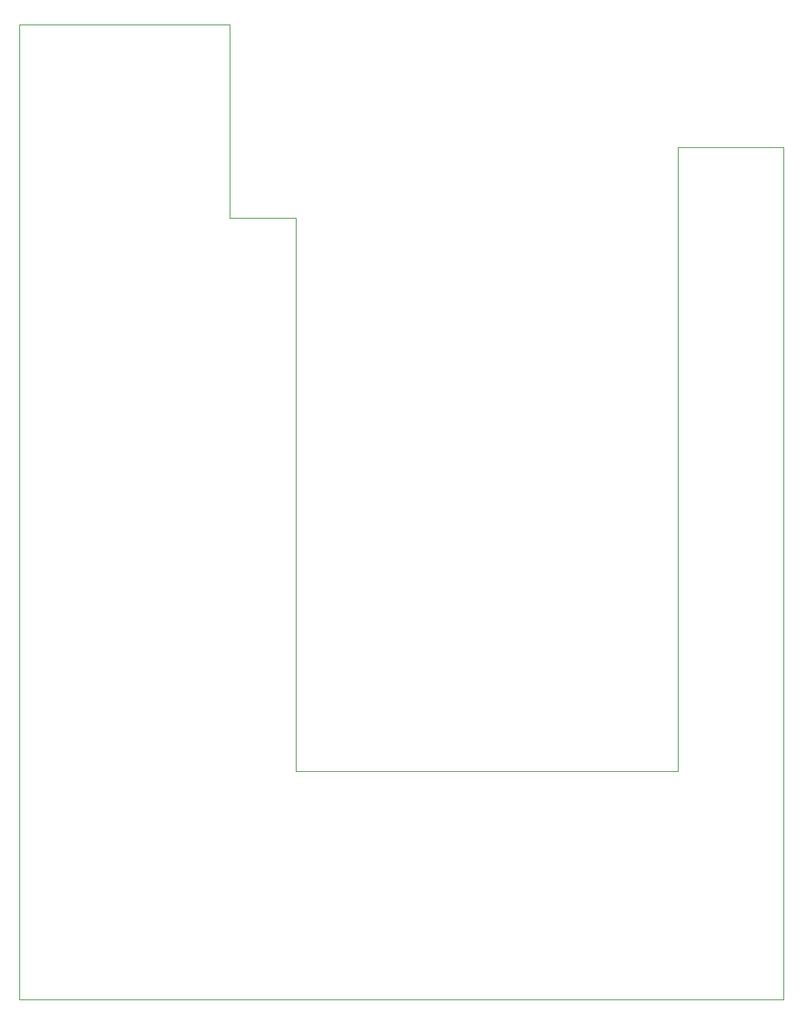
<source format=gbr>
%TF.GenerationSoftware,KiCad,Pcbnew,9.0.1-9.0.1-0~ubuntu24.04.1*%
%TF.CreationDate,2025-04-22T11:41:42+09:00*%
%TF.ProjectId,PSCE-MI_Arduino_DUE,50534345-2d4d-4495-9f41-726475696e6f,rev?*%
%TF.SameCoordinates,Original*%
%TF.FileFunction,Profile,NP*%
%FSLAX46Y46*%
G04 Gerber Fmt 4.6, Leading zero omitted, Abs format (unit mm)*
G04 Created by KiCad (PCBNEW 9.0.1-9.0.1-0~ubuntu24.04.1) date 2025-04-22 11:41:42*
%MOMM*%
%LPD*%
G01*
G04 APERTURE LIST*
%TA.AperFunction,Profile*%
%ADD10C,0.050000*%
%TD*%
G04 APERTURE END LIST*
D10*
X171000000Y-60000000D02*
X183000000Y-60000000D01*
X171000000Y-131000000D02*
X171000000Y-60000000D01*
X183000000Y-60000000D02*
X183000000Y-157000000D01*
X183000000Y-157000000D02*
X96000000Y-157000000D01*
X120000000Y-46000000D02*
X120000000Y-68000000D01*
X127500000Y-131000000D02*
X171000000Y-131000000D01*
X96000000Y-46000000D02*
X96000000Y-157000000D01*
X127500000Y-68000000D02*
X127500000Y-131000000D01*
X120000000Y-46000000D02*
X96000000Y-46000000D01*
X120020000Y-68000000D02*
X127500000Y-68000000D01*
M02*

</source>
